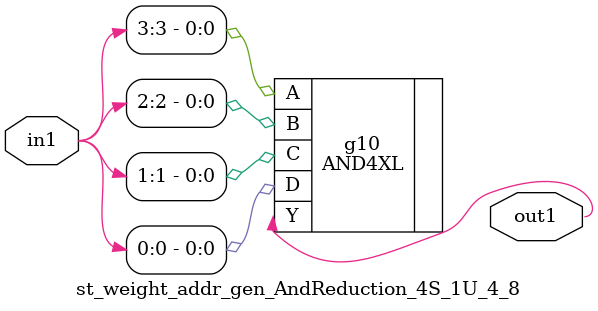
<source format=v>
`timescale 1ps / 1ps


module st_weight_addr_gen_AndReduction_4S_1U_4_8(in1, out1);
  input [3:0] in1;
  output out1;
  wire [3:0] in1;
  wire out1;
  AND4XL g10(.A (in1[3]), .B (in1[2]), .C (in1[1]), .D (in1[0]), .Y
       (out1));
endmodule



</source>
